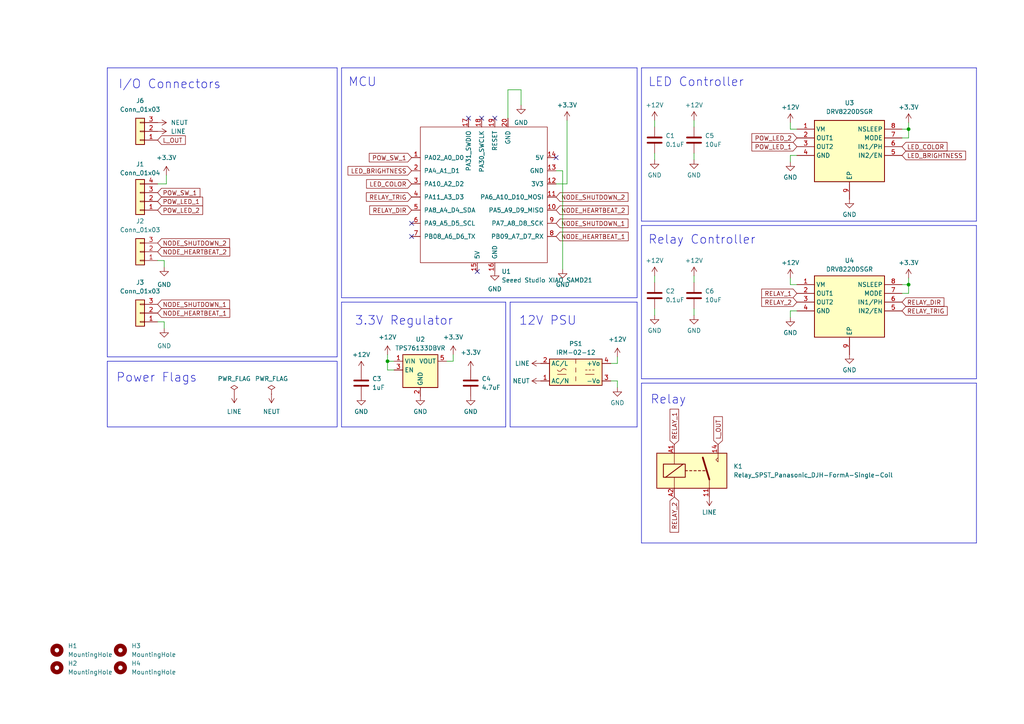
<source format=kicad_sch>
(kicad_sch (version 20230121) (generator eeschema)
  (paper "A4")
  (lib_symbols
    (symbol "Connector_Generic:Conn_01x03" (pin_names (offset 1.016) hide)
      (property "Reference" "J" (at 0 5.08 0))
      (property "Value" "Conn_01x03" (at 0 -5.08 0))
      (symbol "Conn_01x03_1_1"
        (rectangle (start -1.27 -2.413) (end 0 -2.667) (stroke (width 0.1524)))
        (rectangle (start -1.27 0.127) (end 0 -0.127) (stroke (width 0.1524)))
        (rectangle (start -1.27 2.667) (end 0 2.413) (stroke (width 0.1524)))
        (rectangle (start -1.27 3.81) (end 1.27 -3.81) (stroke (width 0.254)) (fill (type background)))
        (pin passive line (at -5.08 2.54 0) (length 3.81) (name "Pin_1") (number "1"))
        (pin passive line (at -5.08 0 0) (length 3.81) (name "Pin_2") (number "2"))
        (pin passive line (at -5.08 -2.54 0) (length 3.81) (name "Pin_3") (number "3"))
      )
    )
    (symbol "Connector_Generic:Conn_01x04" (pin_names (offset 1.016) hide)
      (property "Reference" "J" (at 0 5.08 0))
      (property "Value" "Conn_01x04" (at 0 -7.62 0))
      (symbol "Conn_01x04_1_1"
        (rectangle (start -1.27 -4.953) (end 0 -5.207) (stroke (width 0.1524)))
        (rectangle (start -1.27 -2.413) (end 0 -2.667) (stroke (width 0.1524)))
        (rectangle (start -1.27 0.127) (end 0 -0.127) (stroke (width 0.1524)))
        (rectangle (start -1.27 2.667) (end 0 2.413) (stroke (width 0.1524)))
        (rectangle (start -1.27 3.81) (end 1.27 -6.35) (stroke (width 0.254)) (fill (type background)))
        (pin passive line (at -5.08 2.54 0) (length 3.81) (name "Pin_1") (number "1"))
        (pin passive line (at -5.08 0 0) (length 3.81) (name "Pin_2") (number "2"))
        (pin passive line (at -5.08 -2.54 0) (length 3.81) (name "Pin_3") (number "3"))
        (pin passive line (at -5.08 -5.08 0) (length 3.81) (name "Pin_4") (number "4"))
      )
    )
    (symbol "Converter_ACDC:IRM-02-12"
      (property "Reference" "PS" (at 0 5.08 0))
      (property "Value" "IRM-02-12" (at 0 -5.08 0))
      (symbol "IRM-02-12_0_1"
        (rectangle (start -7.62 3.81) (end 7.62 -3.81) (stroke (width 0.254)) (fill (type background)))
        (arc (start -5.334 0.635) (mid -4.699 0.2495) (end -4.064 0.635))
        (arc (start -2.794 0.635) (mid -3.429 1.0072) (end -4.064 0.635))
        (polyline (pts (xy -5.334 -0.635) (xy -2.794 -0.635)))
        (polyline (pts (xy 2.794 -0.635) (xy 5.334 -0.635)))
        (polyline (pts (xy 2.794 0.635) (xy 3.302 0.635)))
        (polyline (pts (xy 3.81 0.635) (xy 4.318 0.635)))
        (polyline (pts (xy 4.826 0.635) (xy 5.334 0.635)))
      )
      (symbol "IRM-02-12_1_1"
        (polyline (pts (xy 0 -1.27) (xy 0 -2.54)))
        (polyline (pts (xy 0 1.27) (xy 0 0)))
        (polyline (pts (xy 0 3.81) (xy 0 2.54)))
        (pin power_in line (at -10.16 -2.54 0) (length 2.54) (name "AC/N") (number "1"))
        (pin power_in line (at -10.16 2.54 0) (length 2.54) (name "AC/L") (number "2"))
        (pin power_out line (at 10.16 -2.54 180) (length 2.54) (name "-Vo") (number "3"))
        (pin power_out line (at 10.16 2.54 180) (length 2.54) (name "+Vo") (number "4"))
      )
    )
    (symbol "Custom_Regulator_Linear:TPS76133DBVR"
      (property "Reference" "U" (at -5.08 6.35 0))
      (property "Value" "TPS76133DBVR" (at 5.08 6.35 0))
      (property "Footprint" "Package_TO_SOT_SMD:SOT-23-5" (at 0 11.43 0))
      (symbol "TPS76133DBVR_0_1"
        (rectangle (start -5.08 4.445) (end 5.08 -5.08) (stroke (width 0.254)) (fill (type background)))
      )
      (symbol "TPS76133DBVR_1_1"
        (pin power_in line (at -7.62 2.54 0) (length 2.54) (name "VIN") (number "1"))
        (pin power_in line (at 0 -7.62 90) (length 2.54) (name "GND") (number "2"))
        (pin input line (at -7.62 0 0) (length 2.54) (name "EN") (number "3"))
        (pin no_connect line (at 5.08 0 180) (length 2.54) hide (name "NC") (number "4"))
        (pin power_out line (at 7.62 2.54 180) (length 2.54) (name "VOUT") (number "5"))
      )
    )
    (symbol "Custom_Relay:Relay_SPST_Panasonic_DJH-FormA-Single-Coil"
      (property "Reference" "K" (at 6.35 3.81 0))
      (property "Value" "Relay_SPST_Panasonic_DJH-FormA-Single-Coil" (at 6.35 1.27 0))
      (symbol "Relay_SPST_Panasonic_DJH-FormA-Single-Coil_0_0"
        (polyline (pts (xy -7.62 1.905) (xy -12.7 -1.905)) (stroke (width 0.254)))
      )
      (symbol "Relay_SPST_Panasonic_DJH-FormA-Single-Coil_0_1"
        (rectangle (start -15.24 5.08) (end 5.08 -5.08) (stroke (width 0.254)) (fill (type background)))
        (rectangle (start -13.335 1.905) (end -6.985 -1.905) (stroke (width 0.254)))
        (polyline (pts (xy -10.16 -5.08) (xy -10.16 -1.905)))
        (polyline (pts (xy -10.16 5.08) (xy -10.16 1.905)))
        (polyline (pts (xy -6.985 0) (xy -6.35 0)) (stroke (width 0.254)))
        (polyline (pts (xy -5.715 0) (xy -5.08 0)) (stroke (width 0.254)))
        (polyline (pts (xy -4.445 0) (xy -3.81 0)) (stroke (width 0.254)))
        (polyline (pts (xy -3.175 0) (xy -2.54 0)) (stroke (width 0.254)))
        (polyline (pts (xy -1.905 0) (xy -1.27 0)) (stroke (width 0.254)))
        (polyline (pts (xy 0 -2.54) (xy -1.905 3.81)) (stroke (width 0.508)))
        (polyline (pts (xy 0 -2.54) (xy 0 -5.08)))
        (polyline (pts (xy 2.54 5.08) (xy 2.54 2.54) (xy 1.905 3.175) (xy 2.54 3.81)))
      )
      (symbol "Relay_SPST_Panasonic_DJH-FormA-Single-Coil_1_1"
        (pin passive line (at 0 -7.62 90) (length 2.54) (name "~") (number "11"))
        (pin passive line (at 2.54 7.62 270) (length 2.54) (name "~") (number "14"))
        (pin passive line (at -10.16 7.62 270) (length 2.54) (name "~") (number "A1"))
        (pin passive line (at -10.16 -7.62 90) (length 2.54) (name "~") (number "A2"))
      )
    )
    (symbol "Device:C" (pin_numbers hide) (pin_names (offset 0.254))
      (property "Reference" "C" (at 0.635 2.54 0))
      (property "Value" "C" (at 0.635 -2.54 0))
      (symbol "C_0_1"
        (polyline (pts (xy -2.032 -0.762) (xy 2.032 -0.762)) (stroke (width 0.508)))
        (polyline (pts (xy -2.032 0.762) (xy 2.032 0.762)) (stroke (width 0.508)))
      )
      (symbol "C_1_1"
        (pin passive line (at 0 3.81 270) (length 2.794) (name "~") (number "1"))
        (pin passive line (at 0 -3.81 90) (length 2.794) (name "~") (number "2"))
      )
    )
    (symbol "Mechanical:MountingHole" (pin_names (offset 1.016))
      (property "Reference" "H" (at 0 5.08 0))
      (property "Value" "MountingHole" (at 0 3.175 0))
      (symbol "MountingHole_0_1"
        (circle (center 0 0) (radius 1.27) (stroke (width 1.27)))
      )
    )
    (symbol "SamacSys_Parts:DRV8220DSGR"
      (property "Reference" "IC" (at 26.67 7.62 0))
      (property "Value" "DRV8220DSGR" (at 26.67 5.08 0))
      (symbol "DRV8220DSGR_1_1"
        (rectangle (start 5.08 2.54) (end 25.4 -15.24) (stroke (width 0.254)) (fill (type background)))
        (pin passive line (at 0 0 0) (length 5.08) (name "VM") (number "1"))
        (pin passive line (at 0 -2.54 0) (length 5.08) (name "OUT1") (number "2"))
        (pin passive line (at 0 -5.08 0) (length 5.08) (name "OUT2") (number "3"))
        (pin passive line (at 0 -7.62 0) (length 5.08) (name "GND") (number "4"))
        (pin passive line (at 30.48 -7.62 180) (length 5.08) (name "IN2/EN") (number "5"))
        (pin passive line (at 30.48 -5.08 180) (length 5.08) (name "IN1/PH") (number "6"))
        (pin passive line (at 30.48 -2.54 180) (length 5.08) (name "MODE") (number "7"))
        (pin passive line (at 30.48 0 180) (length 5.08) (name "NSLEEP") (number "8"))
        (pin passive line (at 15.24 -20.32 90) (length 5.08) (name "EP") (number "9"))
      )
    )
    (symbol "Seeed_Studio_XIAO_Series:Seeed Studio XIAO SAMD21" (pin_names (offset 1.016))
      (property "Reference" "U" (at -19.05 22.86 0))
      (property "Value" "Seeed Studio XIAO SAMD21" (at -12.7 21.59 0))
      (symbol "Seeed Studio XIAO SAMD21_0_1"
        (rectangle (start -19.05 20.32) (end 17.78 -19.05))
      )
      (symbol "Seeed Studio XIAO SAMD21_1_1"
        (pin unspecified line (at -21.59 11.43 0) (length 2.54) (name "PA02_A0_D0") (number "1"))
        (pin unspecified line (at 20.32 -3.81 180) (length 2.54) (name "PA5_A9_D9_MISO") (number "10"))
        (pin unspecified line (at 20.32 0 180) (length 2.54) (name "PA6_A10_D10_MOSI") (number "11"))
        (pin unspecified line (at 20.32 3.81 180) (length 2.54) (name "3V3") (number "12"))
        (pin unspecified line (at 20.32 7.62 180) (length 2.54) (name "GND") (number "13"))
        (pin unspecified line (at 20.32 11.43 180) (length 2.54) (name "5V") (number "14"))
        (pin input line (at -2.54 -21.59 90) (length 2.54) (name "5V") (number "15"))
        (pin input line (at 2.54 -21.59 90) (length 2.54) (name "GND") (number "16"))
        (pin input line (at -5.08 22.86 270) (length 2.54) (name "PA31_SWDIO") (number "17"))
        (pin input line (at -1.27 22.86 270) (length 2.54) (name "PA30_SWCLK") (number "18"))
        (pin input line (at 2.54 22.86 270) (length 2.54) (name "RESET") (number "19"))
        (pin unspecified line (at -21.59 7.62 0) (length 2.54) (name "PA4_A1_D1") (number "2"))
        (pin input line (at 6.35 22.86 270) (length 2.54) (name "GND") (number "20"))
        (pin unspecified line (at -21.59 3.81 0) (length 2.54) (name "PA10_A2_D2") (number "3"))
        (pin unspecified line (at -21.59 0 0) (length 2.54) (name "PA11_A3_D3") (number "4"))
        (pin unspecified line (at -21.59 -3.81 0) (length 2.54) (name "PA8_A4_D4_SDA") (number "5"))
        (pin unspecified line (at -21.59 -7.62 0) (length 2.54) (name "PA9_A5_D5_SCL") (number "6"))
        (pin unspecified line (at -21.59 -11.43 0) (length 2.54) (name "PB08_A6_D6_TX") (number "7"))
        (pin unspecified line (at 20.32 -11.43 180) (length 2.54) (name "PB09_A7_D7_RX") (number "8"))
        (pin unspecified line (at 20.32 -7.62 180) (length 2.54) (name "PA7_A8_D8_SCK") (number "9"))
      )
    )
    (symbol "power:+12V" (power) (pin_names (offset 0))
      (property "Value" "+12V" (at 0 3.556 0))
      (symbol "+12V_0_1"
        (polyline (pts (xy -0.762 1.27) (xy 0 2.54)))
        (polyline (pts (xy 0 0) (xy 0 2.54)))
        (polyline (pts (xy 0 2.54) (xy 0.762 1.27)))
      )
      (symbol "+12V_1_1"
        (pin power_in line (at 0 0 90) (length 0) hide (name "+12V") (number "1"))
      )
    )
    (symbol "power:+3.3V" (power) (pin_names (offset 0))
      (property "Value" "+3.3V" (at 0 3.556 0))
      (symbol "+3.3V_0_1"
        (polyline (pts (xy -0.762 1.27) (xy 0 2.54)))
        (polyline (pts (xy 0 0) (xy 0 2.54)))
        (polyline (pts (xy 0 2.54) (xy 0.762 1.27)))
      )
      (symbol "+3.3V_1_1"
        (pin power_in line (at 0 0 90) (length 0) hide (name "+3.3V") (number "1"))
      )
    )
    (symbol "power:GND" (power) (pin_names (offset 0))
      (property "Value" "GND" (at 0 -3.81 0))
      (symbol "GND_0_1"
        (polyline (pts (xy 0 0) (xy 0 -1.27) (xy 1.27 -1.27) (xy 0 -2.54) (xy -1.27 -1.27) (xy 0 -1.27)))
      )
      (symbol "GND_1_1"
        (pin power_in line (at 0 0 270) (length 0) hide (name "GND") (number "1"))
      )
    )
    (symbol "power:LINE" (power) (pin_names (offset 0))
      (property "Value" "LINE" (at 0 3.81 0))
      (symbol "LINE_0_1"
        (polyline (pts (xy -0.762 1.27) (xy 0 2.54)))
        (polyline (pts (xy 0 0) (xy 0 2.54)))
        (polyline (pts (xy 0 2.54) (xy 0.762 1.27)))
      )
      (symbol "LINE_1_1"
        (pin power_in line (at 0 0 90) (length 0) hide (name "LINE") (number "1"))
      )
    )
    (symbol "power:NEUT" (power) (pin_names (offset 0))
      (property "Value" "NEUT" (at 0 3.81 0))
      (symbol "NEUT_0_1"
        (polyline (pts (xy -0.762 1.27) (xy 0 2.54)))
        (polyline (pts (xy 0 0) (xy 0 2.54)))
        (polyline (pts (xy 0 2.54) (xy 0.762 1.27)))
      )
      (symbol "NEUT_1_1"
        (pin power_in line (at 0 0 90) (length 0) hide (name "NEUT") (number "1"))
      )
    )
    (symbol "power:PWR_FLAG" (power) (pin_numbers hide) (pin_names (offset 0) hide)
      (property "Value" "PWR_FLAG" (at 0 3.81 0))
      (symbol "PWR_FLAG_0_0"
        (pin power_out line (at 0 0 90) (length 0) (name "pwr") (number "1"))
      )
      (symbol "PWR_FLAG_0_1"
        (polyline (pts (xy 0 0) (xy 0 1.27) (xy -1.016 1.905) (xy 0 2.54) (xy 1.016 1.905) (xy 0 1.27)))
      )
    )
  )
  (junction (at 112.395 104.775))
  (junction (at 263.525 37.465))
  (junction (at 263.525 82.55))
  (no_connect (at 119.38 64.77))
  (no_connect (at 135.89 34.29))
  (no_connect (at 139.7 34.29))
  (no_connect (at 119.38 68.58))
  (no_connect (at 143.51 34.29))
  (no_connect (at 138.43 78.74))
  (no_connect (at 161.29 45.72))
  (wire (pts (xy 229.235 45.085) (xy 229.235 46.99)))
  (wire (pts (xy 47.625 93.345) (xy 47.625 95.25)))
  (wire (pts (xy 201.295 34.925) (xy 201.295 36.83)))
  (wire (pts (xy 131.445 104.775) (xy 131.445 102.87)))
  (wire (pts (xy 261.62 37.465) (xy 263.525 37.465)))
  (wire (pts (xy 47.625 75.565) (xy 47.625 77.47)))
  (wire (pts (xy 163.195 49.53) (xy 161.29 49.53)))
  (polyline (pts (xy 186.055 157.48) (xy 283.21 157.48)))
  (polyline (pts (xy 186.055 19.685) (xy 283.21 19.685)))
  (wire (pts (xy 129.54 104.775) (xy 131.445 104.775)))
  (wire (pts (xy 261.62 85.09) (xy 263.525 85.09)))
  (wire (pts (xy 229.235 37.465) (xy 231.14 37.465)))
  (wire (pts (xy 229.235 90.17) (xy 229.235 92.075)))
  (wire (pts (xy 163.195 78.105) (xy 163.195 49.53)))
  (wire (pts (xy 112.395 107.315) (xy 112.395 104.775)))
  (polyline (pts (xy 146.685 123.825) (xy 146.685 87.63)))
  (wire (pts (xy 177.165 110.49) (xy 179.07 110.49)))
  (polyline (pts (xy 186.055 65.405) (xy 186.055 109.855)))
  (wire (pts (xy 201.295 80.01) (xy 201.295 81.915)))
  (wire (pts (xy 164.465 53.34) (xy 164.465 34.925)))
  (polyline (pts (xy 31.115 103.505) (xy 97.79 103.505)))
  (wire (pts (xy 114.3 104.775) (xy 112.395 104.775)))
  (wire (pts (xy 179.07 110.49) (xy 179.07 112.395)))
  (wire (pts (xy 261.62 40.005) (xy 263.525 40.005)))
  (polyline (pts (xy 186.055 19.685) (xy 186.055 64.135)))
  (wire (pts (xy 189.865 80.01) (xy 189.865 81.915)))
  (polyline (pts (xy 186.055 111.125) (xy 283.21 111.125)))
  (wire (pts (xy 263.525 85.09) (xy 263.525 82.55)))
  (polyline (pts (xy 283.21 64.135) (xy 283.21 19.685)))
  (wire (pts (xy 229.235 82.55) (xy 231.14 82.55)))
  (polyline (pts (xy 147.955 123.825) (xy 184.785 123.825)))
  (polyline (pts (xy 31.115 19.685) (xy 31.115 103.505)))
  (wire (pts (xy 201.295 44.45) (xy 201.295 46.355)))
  (wire (pts (xy 112.395 104.775) (xy 112.395 102.87)))
  (wire (pts (xy 161.29 53.34) (xy 164.465 53.34)))
  (wire (pts (xy 179.07 105.41) (xy 179.07 103.505)))
  (polyline (pts (xy 97.79 19.685) (xy 31.115 19.685)))
  (polyline (pts (xy 283.21 157.48) (xy 283.21 111.125)))
  (wire (pts (xy 48.26 53.34) (xy 48.26 50.8)))
  (polyline (pts (xy 99.06 123.825) (xy 146.685 123.825)))
  (wire (pts (xy 263.525 37.465) (xy 263.525 35.56)))
  (polyline (pts (xy 99.06 19.685) (xy 99.06 86.36)))
  (polyline (pts (xy 186.055 109.855) (xy 283.21 109.855)))
  (wire (pts (xy 229.235 80.645) (xy 229.235 82.55)))
  (wire (pts (xy 201.295 89.535) (xy 201.295 91.44)))
  (wire (pts (xy 261.62 82.55) (xy 263.525 82.55)))
  (wire (pts (xy 231.14 90.17) (xy 229.235 90.17)))
  (polyline (pts (xy 99.06 87.63) (xy 99.06 123.825)))
  (wire (pts (xy 189.865 89.535) (xy 189.865 91.44)))
  (wire (pts (xy 189.865 34.925) (xy 189.865 36.83)))
  (polyline (pts (xy 99.06 86.36) (xy 184.785 86.36)))
  (wire (pts (xy 229.235 35.56) (xy 229.235 37.465)))
  (polyline (pts (xy 186.055 111.125) (xy 186.055 157.48)))
  (wire (pts (xy 189.865 44.45) (xy 189.865 46.355)))
  (polyline (pts (xy 186.055 65.405) (xy 283.21 65.405)))
  (wire (pts (xy 45.72 75.565) (xy 47.625 75.565)))
  (polyline (pts (xy 186.055 64.135) (xy 283.21 64.135)))
  (polyline (pts (xy 184.785 123.825) (xy 184.785 87.63)))
  (polyline (pts (xy 184.785 86.36) (xy 184.785 19.685)))
  (wire (pts (xy 263.525 82.55) (xy 263.525 80.645)))
  (wire (pts (xy 151.13 26.035) (xy 151.13 30.48)))
  (polyline (pts (xy 97.79 19.685) (xy 97.79 103.505)))
  (polyline (pts (xy 283.21 109.855) (xy 283.21 65.405)))
  (wire (pts (xy 147.32 26.035) (xy 151.13 26.035)))
  (wire (pts (xy 45.72 53.34) (xy 48.26 53.34)))
  (polyline (pts (xy 147.955 87.63) (xy 184.785 87.63)))
  (polyline (pts (xy 147.955 87.63) (xy 147.955 123.825)))
  (polyline (pts (xy 99.06 19.685) (xy 184.785 19.685)))
  (wire (pts (xy 147.32 34.29) (xy 147.32 26.035)))
  (wire (pts (xy 177.165 105.41) (xy 179.07 105.41)))
  (wire (pts (xy 263.525 40.005) (xy 263.525 37.465)))
  (wire (pts (xy 231.14 45.085) (xy 229.235 45.085)))
  (polyline (pts (xy 99.06 87.63) (xy 146.685 87.63)))
  (wire (pts (xy 45.72 93.345) (xy 47.625 93.345)))
  (wire (pts (xy 114.3 107.315) (xy 112.395 107.315)))
  (rectangle (start 31.115 104.775) (end 97.79 123.825))
  (text "Relay" (at 188.595 117.475 0) (effects (font (size 2.54 2.54)) (justify left bottom)))
  (text "MCU" (at 100.965 25.4 0) (effects (font (size 2.54 2.54)) (justify left bottom)))
  (text "12V PSU" (at 150.495 94.615 0) (effects (font (size 2.54 2.54)) (justify left bottom)))
  (text "3.3V Regulator" (at 102.87 94.615 0) (effects (font (size 2.54 2.54)) (justify left bottom)))
  (text "LED Controller" (at 187.96 25.4 0) (effects (font (size 2.54 2.54)) (justify left bottom)))
  (text "Relay Controller" (at 187.96 71.12 0) (effects (font (size 2.54 2.54)) (justify left bottom)))
  (text "Power Flags" (at 33.655 111.125 0) (effects (font (size 2.54 2.54)) (justify left bottom)))
  (text "I/O Connectors" (at 34.29 26.035 0) (effects (font (size 2.54 2.54)) (justify left bottom)))
  (global_label "L_OUT" (shape input) (at 208.28 128.905 90) (property "Intersheetrefs" "${INTERSHEET_REFS}" (effects hide)))
  (global_label "NODE_SHUTDOWN_1" (shape input) (at 45.72 88.265 0) (property "Intersheetrefs" "${INTERSHEET_REFS}" (effects hide)))
  (global_label "L_OUT" (shape input) (at 45.72 40.64 0) (property "Intersheetrefs" "${INTERSHEET_REFS}" (effects hide)))
  (global_label "NODE_HEARTBEAT_2" (shape input) (at 45.72 73.025 0) (property "Intersheetrefs" "${INTERSHEET_REFS}" (effects hide)))
  (global_label "RELAY_2" (shape input) (at 195.58 144.145 270) (property "Intersheetrefs" "${INTERSHEET_REFS}" (effects hide)))
  (global_label "RELAY_1" (shape input) (at 231.14 85.09 180) (property "Intersheetrefs" "${INTERSHEET_REFS}" (effects hide)))
  (global_label "NODE_HEARTBEAT_2" (shape input) (at 161.29 60.96 0) (property "Intersheetrefs" "${INTERSHEET_REFS}" (effects hide)))
  (global_label "LED_COLOR" (shape input) (at 119.38 53.34 180) (property "Intersheetrefs" "${INTERSHEET_REFS}" (effects hide)))
  (global_label "NODE_SHUTDOWN_1" (shape input) (at 161.29 64.77 0) (property "Intersheetrefs" "${INTERSHEET_REFS}" (effects hide)))
  (global_label "POW_SW_1" (shape input) (at 45.72 55.88 0) (property "Intersheetrefs" "${INTERSHEET_REFS}" (effects hide)))
  (global_label "RELAY_DIR" (shape input) (at 261.62 87.63 0) (property "Intersheetrefs" "${INTERSHEET_REFS}" (effects hide)))
  (global_label "POW_LED_2" (shape input) (at 45.72 60.96 0) (property "Intersheetrefs" "${INTERSHEET_REFS}" (effects hide)))
  (global_label "LED_BRIGHTNESS" (shape input) (at 119.38 49.53 180) (property "Intersheetrefs" "${INTERSHEET_REFS}" (effects hide)))
  (global_label "NODE_SHUTDOWN_2" (shape input) (at 45.72 70.485 0) (property "Intersheetrefs" "${INTERSHEET_REFS}" (effects hide)))
  (global_label "RELAY_2" (shape input) (at 231.14 87.63 180) (property "Intersheetrefs" "${INTERSHEET_REFS}" (effects hide)))
  (global_label "NODE_HEARTBEAT_1" (shape input) (at 45.72 90.805 0) (property "Intersheetrefs" "${INTERSHEET_REFS}" (effects hide)))
  (global_label "POW_LED_1" (shape input) (at 231.14 42.545 180) (property "Intersheetrefs" "${INTERSHEET_REFS}" (effects hide)))
  (global_label "LED_BRIGHTNESS" (shape input) (at 261.62 45.085 0) (property "Intersheetrefs" "${INTERSHEET_REFS}" (effects hide)))
  (global_label "RELAY_DIR" (shape input) (at 119.38 60.96 180) (property "Intersheetrefs" "${INTERSHEET_REFS}" (effects hide)))
  (global_label "POW_LED_2" (shape input) (at 231.14 40.005 180) (property "Intersheetrefs" "${INTERSHEET_REFS}" (effects hide)))
  (global_label "RELAY_TRIG" (shape input) (at 119.38 57.15 180) (property "Intersheetrefs" "${INTERSHEET_REFS}" (effects hide)))
  (global_label "RELAY_1" (shape input) (at 195.58 128.905 90) (property "Intersheetrefs" "${INTERSHEET_REFS}" (effects hide)))
  (global_label "NODE_HEARTBEAT_1" (shape input) (at 161.29 68.58 0) (property "Intersheetrefs" "${INTERSHEET_REFS}" (effects hide)))
  (global_label "RELAY_TRIG" (shape input) (at 261.62 90.17 0) (property "Intersheetrefs" "${INTERSHEET_REFS}" (effects hide)))
  (global_label "NODE_SHUTDOWN_2" (shape input) (at 161.29 57.15 0) (property "Intersheetrefs" "${INTERSHEET_REFS}" (effects hide)))
  (global_label "POW_LED_1" (shape input) (at 45.72 58.42 0) (property "Intersheetrefs" "${INTERSHEET_REFS}" (effects hide)))
  (global_label "POW_SW_1" (shape input) (at 119.38 45.72 180) (property "Intersheetrefs" "${INTERSHEET_REFS}" (effects hide)))
  (global_label "LED_COLOR" (shape input) (at 261.62 42.545 0) (property "Intersheetrefs" "${INTERSHEET_REFS}" (effects hide)))
  (symbol (lib_id "power:GND") (at 189.865 91.44 0) (unit 1)
    (property "Reference" "#PWR04" (effects hide))
    (property "Value" "GND" (at 189.865 95.885 0))
  )
  (symbol (lib_id "power:+12V") (at 112.395 102.87 0) (unit 1)
    (property "Reference" "#PWR018" (effects hide))
    (property "Value" "+12V" (at 112.395 97.79 0))
  )
  (symbol (lib_id "power:+12V") (at 179.07 103.505 0) (unit 1)
    (property "Reference" "#PWR011" (effects hide))
    (property "Value" "+12V" (at 179.07 98.425 0))
  )
  (symbol (lib_id "power:NEUT") (at 78.74 114.3 180) (unit 1)
    (property "Reference" "#PWR040" (effects hide))
    (property "Value" "NEUT" (at 78.74 119.38 0))
  )
  (symbol (lib_id "Seeed_Studio_XIAO_Series:Seeed Studio XIAO SAMD21") (at 140.97 57.15 0) (unit 1)
    (property "Reference" "U1" (at 145.4659 78.74 0) (effects (justify left)))
    (property "Value" "Seeed Studio XIAO SAMD21" (at 145.4659 81.28 0) (effects (justify left)))
    (property "Footprint" "Seeed Studio XIAO Series Library:XIAO-SAMD21-RP2040-14P-2.54-21X17.8MM (Seeeduino XIAO)" (effects hide))
  )
  (symbol (lib_id "Connector_Generic:Conn_01x03") (at 40.64 90.805 180) (unit 1)
    (property "Reference" "J3" (at 40.64 81.915 0))
    (property "Value" "Conn_01x03" (at 40.64 84.455 0))
    (property "Footprint" "Connector_JST:JST_XH_B3B-XH-A_1x03_P2.50mm_Vertical" (effects hide))
    (property "MPN" "C722863" (effects hide))
  )
  (symbol (lib_id "power:NEUT") (at 156.845 110.49 90) (unit 1)
    (property "Reference" "#PWR036" (effects hide))
    (property "Value" "NEUT" (at 153.67 110.49 90) (effects (justify left)))
  )
  (symbol (lib_id "Connector_Generic:Conn_01x03") (at 40.64 73.025 180) (unit 1)
    (property "Reference" "J2" (at 40.64 64.135 0))
    (property "Value" "Conn_01x03" (at 40.64 66.675 0))
    (property "Footprint" "Connector_JST:JST_XH_B3B-XH-A_1x03_P2.50mm_Vertical" (effects hide))
    (property "MPN" "C722863" (effects hide))
  )
  (symbol (lib_id "power:GND") (at 104.775 114.935 0) (unit 1)
    (property "Reference" "#PWR020" (effects hide))
    (property "Value" "GND" (at 104.775 119.38 0))
  )
  (symbol (lib_id "power:GND") (at 246.38 102.87 0) (unit 1)
    (property "Reference" "#PWR015" (effects hide))
    (property "Value" "GND" (at 246.38 107.315 0))
  )
  (symbol (lib_id "power:GND") (at 151.13 30.48 0) (unit 1)
    (property "Reference" "#PWR027" (effects hide))
    (property "Value" "GND" (at 151.13 35.56 0))
  )
  (symbol (lib_id "Device:C") (at 136.525 111.125 0) (unit 1)
    (property "Reference" "C4" (at 139.7 109.855 0) (effects (justify left)))
    (property "Value" "4.7uF" (at 139.7 112.395 0) (effects (justify left)))
    (property "Footprint" "Capacitor_SMD:C_0603_1608Metric" (effects hide))
    (property "MPN" "C19666" (effects hide))
  )
  (symbol (lib_id "SamacSys_Parts:DRV8220DSGR") (at 231.14 37.465 0) (unit 1)
    (property "Reference" "U3" (at 246.38 29.845 0))
    (property "Value" "DRV8220DSGR" (at 246.38 32.385 0))
    (property "Footprint" "Package_SON:WSON-8-1EP_2x2mm_P0.5mm_EP0.9x1.6mm" (effects hide))
    (property "Datasheet" "https://www.ti.com/lit/gpn/drv8220" (effects hide))
    (property "Height" "0.8" (effects hide))
    (property "Manufacturer_Name" "Texas Instruments" (effects hide))
    (property "Manufacturer_Part_Number" "DRV8220DSGR" (effects hide))
    (property "Mouser Part Number" "595-DRV8220DSGR" (effects hide))
    (property "Mouser Price/Stock" "https://www.mouser.co.uk/ProductDetail/Texas-Instruments/DRV8220DSGR?qs=A6eO%252BMLsxmR1BpX9iMystg%3D%3D" (effects hide))
    (property "Arrow Part Number" "DRV8220DSGR" (effects hide))
    (property "Arrow Price/Stock" "https://www.arrow.com/en/products/drv8220dsgr/texas-instruments?region=nac" (effects hide))
    (property "MPN" "C3681269" (effects hide))
  )
  (symbol (lib_id "Custom_Relay:Relay_SPST_Panasonic_DJH-FormA-Single-Coil") (at 205.74 136.525 0) (unit 1)
    (property "Reference" "K1" (at 212.725 135.255 0) (effects (justify left)))
    (property "Value" "Relay_SPST_Panasonic_DJH-FormA-Single-Coil" (at 212.725 137.795 0) (effects (justify left)))
    (property "Footprint" "Custom_Relay:Relay_SPST_Panasonic_DJH-FormA-Single-Coil" (effects hide))
  )
  (symbol (lib_id "power:+3.3V") (at 263.525 80.645 0) (unit 1)
    (property "Reference" "#PWR016" (effects hide))
    (property "Value" "+3.3V" (at 263.525 76.2 0))
  )
  (symbol (lib_id "Connector_Generic:Conn_01x04") (at 40.64 58.42 180) (unit 1)
    (property "Reference" "J1" (at 40.64 47.625 0))
    (property "Value" "Conn_01x04" (at 40.64 50.165 0))
    (property "Footprint" "Connector_JST:JST_XH_B4B-XH-A_1x04_P2.50mm_Vertical" (effects hide))
    (property "MPN" " C722867" (effects hide))
  )
  (symbol (lib_id "power:GND") (at 47.625 95.25 0) (unit 1)
    (property "Reference" "#PWR028" (effects hide))
    (property "Value" "GND" (at 47.625 100.33 0))
  )
  (symbol (lib_id "power:PWR_FLAG") (at 67.945 114.3 0) (unit 1)
    (property "Reference" "#FLG01" (effects hide))
    (property "Value" "PWR_FLAG" (at 67.945 109.855 0))
  )
  (symbol (lib_id "Mechanical:MountingHole") (at 34.925 188.595 0) (unit 1)
    (property "Reference" "H3" (at 38.1 187.325 0) (effects (justify left)))
    (property "Value" "MountingHole" (at 38.1 189.865 0) (effects (justify left)))
    (property "Footprint" "MountingHole:MountingHole_3.2mm_M3_ISO7380_Pad_TopBottom" (effects hide))
  )
  (symbol (lib_id "power:GND") (at 246.38 57.785 0) (unit 1)
    (property "Reference" "#PWR07" (effects hide))
    (property "Value" "GND" (at 246.38 62.23 0))
  )
  (symbol (lib_id "power:GND") (at 201.295 46.355 0) (unit 1)
    (property "Reference" "#PWR032" (effects hide))
    (property "Value" "GND" (at 201.295 50.8 0))
  )
  (symbol (lib_id "power:GND") (at 189.865 46.355 0) (unit 1)
    (property "Reference" "#PWR010" (effects hide))
    (property "Value" "GND" (at 189.865 50.8 0))
  )
  (symbol (lib_id "Device:C") (at 189.865 40.64 0) (unit 1)
    (property "Reference" "C1" (at 193.04 39.37 0) (effects (justify left)))
    (property "Value" "0.1uF" (at 193.04 41.91 0) (effects (justify left)))
    (property "Footprint" "Capacitor_SMD:C_0402_1005Metric" (effects hide))
    (property "Notes" "X5R/X7R" (effects hide))
    (property "MPN" "C1525" (effects hide))
  )
  (symbol (lib_id "Device:C") (at 201.295 40.64 0) (unit 1)
    (property "Reference" "C5" (at 204.47 39.37 0) (effects (justify left)))
    (property "Value" "10uF" (at 204.47 41.91 0) (effects (justify left)))
    (property "Footprint" "Capacitor_SMD:C_0603_1608Metric" (effects hide))
    (property "MPN" "C96446" (effects hide))
  )
  (symbol (lib_id "power:+3.3V") (at 263.525 35.56 0) (unit 1)
    (property "Reference" "#PWR08" (effects hide))
    (property "Value" "+3.3V" (at 263.525 31.115 0))
  )
  (symbol (lib_id "power:NEUT") (at 45.72 35.56 270) (unit 1)
    (property "Reference" "#PWR039" (effects hide))
    (property "Value" "NEUT" (at 49.53 35.56 90) (effects (justify left)))
  )
  (symbol (lib_id "power:GND") (at 229.235 46.99 0) (unit 1)
    (property "Reference" "#PWR05" (effects hide))
    (property "Value" "GND" (at 229.235 51.435 0))
  )
  (symbol (lib_id "Mechanical:MountingHole") (at 16.51 193.675 0) (unit 1)
    (property "Reference" "H2" (at 19.685 192.405 0) (effects (justify left)))
    (property "Value" "MountingHole" (at 19.685 194.945 0) (effects (justify left)))
    (property "Footprint" "MountingHole:MountingHole_3.2mm_M3_ISO7380_Pad_TopBottom" (effects hide))
  )
  (symbol (lib_id "power:GND") (at 163.195 78.105 0) (unit 1)
    (property "Reference" "#PWR024" (effects hide))
    (property "Value" "GND" (at 163.195 82.55 0))
  )
  (symbol (lib_id "Custom_Regulator_Linear:TPS76133DBVR") (at 121.92 107.315 0) (unit 1)
    (property "Reference" "U2" (at 121.92 98.425 0))
    (property "Value" "TPS76133DBVR" (at 121.92 100.965 0))
    (property "Footprint" "Package_TO_SOT_SMD:SOT-23-5" (effects hide))
    (property "MPN" "C194885" (effects hide))
  )
  (symbol (lib_id "power:+3.3V") (at 164.465 34.925 0) (unit 1)
    (property "Reference" "#PWR025" (effects hide))
    (property "Value" "+3.3V" (at 164.465 30.48 0))
  )
  (symbol (lib_id "Device:C") (at 201.295 85.725 0) (unit 1)
    (property "Reference" "C6" (at 204.47 84.455 0) (effects (justify left)))
    (property "Value" "10uF" (at 204.47 86.995 0) (effects (justify left)))
    (property "Footprint" "Capacitor_SMD:C_0603_1608Metric" (effects hide))
    (property "MPN" "C96446" (effects hide))
  )
  (symbol (lib_id "power:+12V") (at 201.295 34.925 0) (unit 1)
    (property "Reference" "#PWR031" (effects hide))
    (property "Value" "+12V" (at 201.295 30.48 0))
  )
  (symbol (lib_id "power:GND") (at 201.295 91.44 0) (unit 1)
    (property "Reference" "#PWR034" (effects hide))
    (property "Value" "GND" (at 201.295 95.885 0))
  )
  (symbol (lib_id "Mechanical:MountingHole") (at 34.925 193.675 0) (unit 1)
    (property "Reference" "H4" (at 38.1 192.405 0) (effects (justify left)))
    (property "Value" "MountingHole" (at 38.1 194.945 0) (effects (justify left)))
    (property "Footprint" "MountingHole:MountingHole_3.2mm_M3_ISO7380_Pad_TopBottom" (effects hide))
  )
  (symbol (lib_id "power:GND") (at 143.51 78.74 0) (unit 1)
    (property "Reference" "#PWR026" (effects hide))
    (property "Value" "GND" (at 143.51 83.82 0))
  )
  (symbol (lib_id "power:+12V") (at 189.865 80.01 0) (unit 1)
    (property "Reference" "#PWR02" (effects hide))
    (property "Value" "+12V" (at 189.865 75.565 0))
  )
  (symbol (lib_id "Device:C") (at 104.775 111.125 0) (unit 1)
    (property "Reference" "C3" (at 107.95 109.855 0) (effects (justify left)))
    (property "Value" "1uF" (at 107.95 112.395 0) (effects (justify left)))
    (property "Footprint" "Capacitor_SMD:C_0402_1005Metric" (effects hide))
    (property "MPN" "C52923" (effects hide))
  )
  (symbol (lib_id "power:+3.3V") (at 136.525 107.315 0) (unit 1)
    (property "Reference" "#PWR022" (effects hide))
    (property "Value" "+3.3V" (at 136.525 102.235 0))
  )
  (symbol (lib_id "power:GND") (at 47.625 77.47 0) (unit 1)
    (property "Reference" "#PWR01" (effects hide))
    (property "Value" "GND" (at 47.625 82.55 0))
  )
  (symbol (lib_id "power:GND") (at 229.235 92.075 0) (unit 1)
    (property "Reference" "#PWR014" (effects hide))
    (property "Value" "GND" (at 229.235 96.52 0))
  )
  (symbol (lib_id "power:PWR_FLAG") (at 78.74 114.3 0) (unit 1)
    (property "Reference" "#FLG02" (effects hide))
    (property "Value" "PWR_FLAG" (at 78.74 109.855 0))
  )
  (symbol (lib_id "power:+3.3V") (at 48.26 50.8 0) (unit 1)
    (property "Reference" "#PWR030" (effects hide))
    (property "Value" "+3.3V" (at 48.26 45.72 0))
  )
  (symbol (lib_id "power:+12V") (at 104.775 107.315 0) (unit 1)
    (property "Reference" "#PWR021" (effects hide))
    (property "Value" "+12V" (at 104.775 102.87 0))
  )
  (symbol (lib_id "Device:C") (at 189.865 85.725 0) (unit 1)
    (property "Reference" "C2" (at 193.04 84.455 0) (effects (justify left)))
    (property "Value" "0.1uF" (at 193.04 86.995 0) (effects (justify left)))
    (property "Footprint" "Capacitor_SMD:C_0402_1005Metric" (effects hide))
    (property "Notes" "X5R/X7R" (effects hide))
    (property "MPN" "C1525" (effects hide))
  )
  (symbol (lib_id "power:LINE") (at 45.72 38.1 270) (unit 1)
    (property "Reference" "#PWR038" (effects hide))
    (property "Value" "LINE" (at 49.53 38.1 90) (effects (justify left)))
  )
  (symbol (lib_id "SamacSys_Parts:DRV8220DSGR") (at 231.14 82.55 0) (unit 1)
    (property "Reference" "U4" (at 246.38 75.565 0))
    (property "Value" "DRV8220DSGR" (at 246.38 78.105 0))
    (property "Footprint" "Package_SON:WSON-8-1EP_2x2mm_P0.5mm_EP0.9x1.6mm" (effects hide))
    (property "Datasheet" "https://www.ti.com/lit/gpn/drv8220" (effects hide))
    (property "Height" "0.8" (effects hide))
    (property "Manufacturer_Name" "Texas Instruments" (effects hide))
    (property "Manufacturer_Part_Number" "DRV8220DSGR" (effects hide))
    (property "Mouser Part Number" "595-DRV8220DSGR" (effects hide))
    (property "Mouser Price/Stock" "https://www.mouser.co.uk/ProductDetail/Texas-Instruments/DRV8220DSGR?qs=A6eO%252BMLsxmR1BpX9iMystg%3D%3D" (effects hide))
    (property "Arrow Part Number" "DRV8220DSGR" (effects hide))
    (property "Arrow Price/Stock" "https://www.arrow.com/en/products/drv8220dsgr/texas-instruments?region=nac" (effects hide))
    (property "MPN" "C3681269" (effects hide))
  )
  (symbol (lib_id "Converter_ACDC:IRM-02-12") (at 167.005 107.95 0) (unit 1)
    (property "Reference" "PS1" (at 167.005 99.695 0))
    (property "Value" "IRM-02-12" (at 167.005 102.235 0))
    (property "Footprint" "Converter_ACDC:Converter_ACDC_MeanWell_IRM-02-xx_THT" (effects hide))
    (property "Datasheet" "https://www.meanwell.com/Upload/PDF/IRM-02/IRM-02-SPEC.PDF" (effects hide))
  )
  (symbol (lib_id "Mechanical:MountingHole") (at 16.51 188.595 0) (unit 1)
    (property "Reference" "H1" (at 19.685 187.325 0) (effects (justify left)))
    (property "Value" "MountingHole" (at 19.685 189.865 0) (effects (justify left)))
    (property "Footprint" "MountingHole:MountingHole_3.2mm_M3_ISO7380_Pad_TopBottom" (effects hide))
  )
  (symbol (lib_id "power:GND") (at 179.07 112.395 0) (unit 1)
    (property "Reference" "#PWR012" (effects hide))
    (property "Value" "GND" (at 179.07 116.84 0))
  )
  (symbol (lib_id "power:+12V") (at 189.865 34.925 0) (unit 1)
    (property "Reference" "#PWR09" (effects hide))
    (property "Value" "+12V" (at 189.865 30.48 0))
  )
  (symbol (lib_id "power:+12V") (at 229.235 80.645 0) (unit 1)
    (property "Reference" "#PWR013" (effects hide))
    (property "Value" "+12V" (at 229.235 76.2 0))
  )
  (symbol (lib_id "Connector_Generic:Conn_01x03") (at 40.64 38.1 180) (unit 1)
    (property "Reference" "J6" (at 40.64 29.21 0))
    (property "Value" "Conn_01x03" (at 40.64 31.75 0))
    (property "Footprint" "Custom_Connectors:282844-3" (effects hide))
    (property "MPN" "C591951" (effects hide))
  )
  (symbol (lib_id "power:+3.3V") (at 131.445 102.87 0) (unit 1)
    (property "Reference" "#PWR017" (effects hide))
    (property "Value" "+3.3V" (at 131.445 97.79 0))
  )
  (symbol (lib_id "power:GND") (at 136.525 114.935 0) (unit 1)
    (property "Reference" "#PWR023" (effects hide))
    (property "Value" "GND" (at 136.525 119.38 0))
  )
  (symbol (lib_id "power:LINE") (at 156.845 105.41 90) (unit 1)
    (property "Reference" "#PWR035" (effects hide))
    (property "Value" "LINE" (at 153.67 105.41 90) (effects (justify left)))
  )
  (symbol (lib_id "power:LINE") (at 205.74 144.145 180) (unit 1)
    (property "Reference" "#PWR037" (effects hide))
    (property "Value" "LINE" (at 205.74 148.59 0))
  )
  (symbol (lib_id "power:LINE") (at 67.945 114.3 180) (unit 1)
    (property "Reference" "#PWR041" (effects hide))
    (property "Value" "LINE" (at 67.945 119.38 0))
  )
  (symbol (lib_id "power:+12V") (at 201.295 80.01 0) (unit 1)
    (property "Reference" "#PWR033" (effects hide))
    (property "Value" "+12V" (at 201.295 75.565 0))
  )
  (symbol (lib_id "power:GND") (at 121.92 114.935 0) (unit 1)
    (property "Reference" "#PWR019" (effects hide))
    (property "Value" "GND" (at 121.92 119.38 0))
  )
  (symbol (lib_id "power:+12V") (at 229.235 35.56 0) (unit 1)
    (property "Reference" "#PWR06" (effects hide))
    (property "Value" "+12V" (at 229.235 31.115 0))
  )
)
</source>
